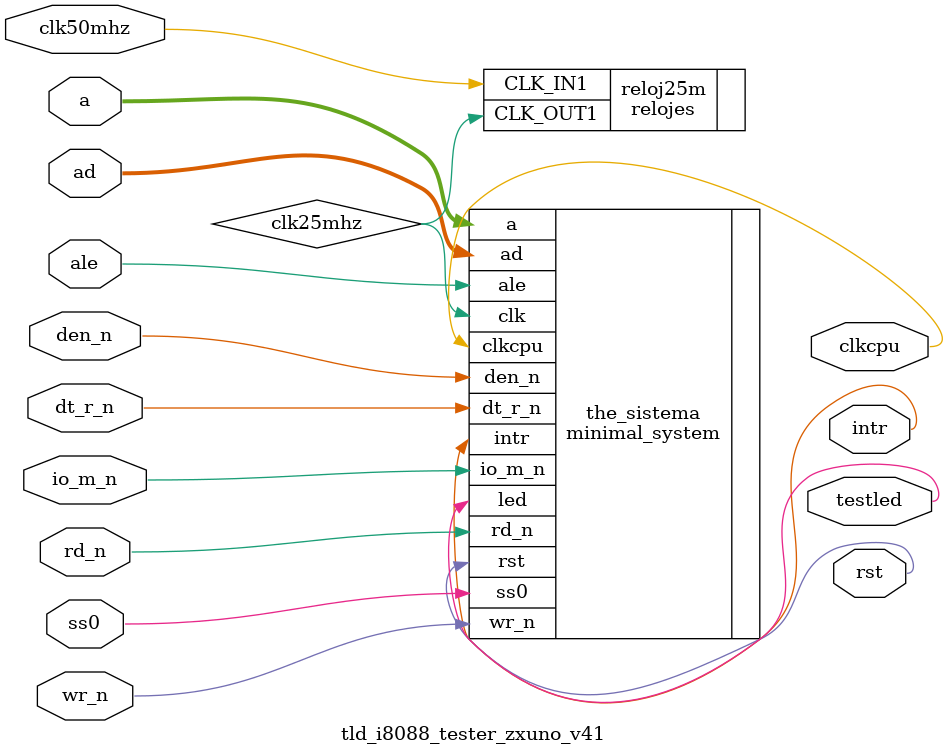
<source format=v>

`timescale 1ns / 1ns
`default_nettype none

module tld_i8088_tester_zxuno_v41 (
  input wire clk50mhz,
  output wire testled,
  //// interface i8088 /////
  output wire clkcpu,
  output wire rst,
  inout wire [7:0] ad,
  input wire [19:8] a,
  input wire ale,
  input wire den_n,
  input wire io_m_n,
  input wire rd_n,
  input wire wr_n,
  input wire dt_r_n,
  output wire intr,
  input wire ss0
  );

  wire clk25mhz;
  relojes reloj25m (
    .CLK_IN1(clk50mhz),
    .CLK_OUT1(clk25mhz)
  );
  
  minimal_system the_sistema (
    .clk(clk25mhz),
    .clkcpu(clkcpu),
    .rst(rst),
    .ad(ad),
    .a(a),
    .ale(ale),
    .den_n(den_n),
    .io_m_n(io_m_n),
    .rd_n(rd_n),
    .wr_n(wr_n),
    .dt_r_n(dt_r_n),
    .intr(intr),
    .ss0(ss0),
    ///////////////////
    .led(testled)
  );
endmodule

`default_nettype wire
</source>
